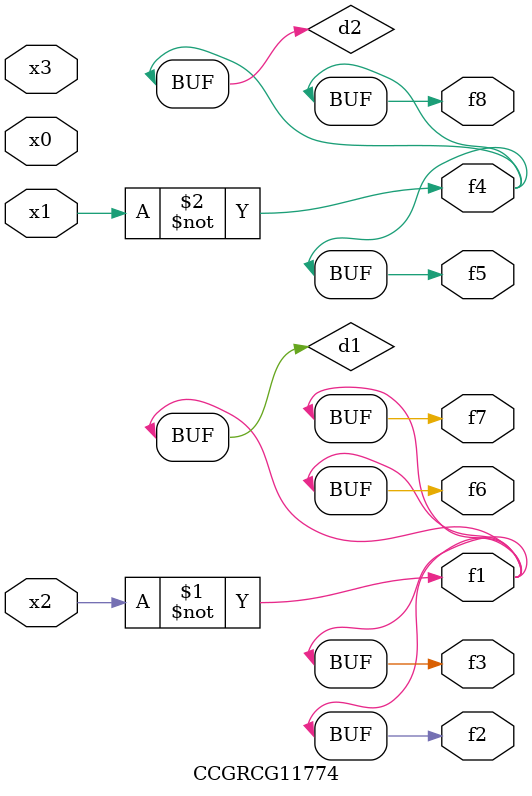
<source format=v>
module CCGRCG11774(
	input x0, x1, x2, x3,
	output f1, f2, f3, f4, f5, f6, f7, f8
);

	wire d1, d2;

	xnor (d1, x2);
	not (d2, x1);
	assign f1 = d1;
	assign f2 = d1;
	assign f3 = d1;
	assign f4 = d2;
	assign f5 = d2;
	assign f6 = d1;
	assign f7 = d1;
	assign f8 = d2;
endmodule

</source>
